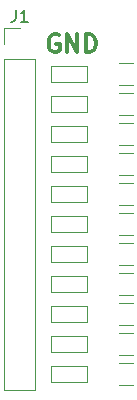
<source format=gbr>
G04 #@! TF.GenerationSoftware,KiCad,Pcbnew,(5.0.0)*
G04 #@! TF.CreationDate,2018-10-07T14:33:42+02:00*
G04 #@! TF.ProjectId,LED-panel,4C45442D70616E656C2E6B696361645F,rev?*
G04 #@! TF.SameCoordinates,Original*
G04 #@! TF.FileFunction,Legend,Top*
G04 #@! TF.FilePolarity,Positive*
%FSLAX46Y46*%
G04 Gerber Fmt 4.6, Leading zero omitted, Abs format (unit mm)*
G04 Created by KiCad (PCBNEW (5.0.0)) date 10/07/18 14:33:42*
%MOMM*%
%LPD*%
G01*
G04 APERTURE LIST*
%ADD10C,0.300000*%
%ADD11C,0.050000*%
%ADD12C,0.120000*%
%ADD13C,0.150000*%
G04 APERTURE END LIST*
D10*
X28702142Y-34810000D02*
X28559285Y-34738571D01*
X28345000Y-34738571D01*
X28130714Y-34810000D01*
X27987857Y-34952857D01*
X27916428Y-35095714D01*
X27845000Y-35381428D01*
X27845000Y-35595714D01*
X27916428Y-35881428D01*
X27987857Y-36024285D01*
X28130714Y-36167142D01*
X28345000Y-36238571D01*
X28487857Y-36238571D01*
X28702142Y-36167142D01*
X28773571Y-36095714D01*
X28773571Y-35595714D01*
X28487857Y-35595714D01*
X29416428Y-36238571D02*
X29416428Y-34738571D01*
X30273571Y-36238571D01*
X30273571Y-34738571D01*
X30987857Y-36238571D02*
X30987857Y-34738571D01*
X31345000Y-34738571D01*
X31559285Y-34810000D01*
X31702142Y-34952857D01*
X31773571Y-35095714D01*
X31845000Y-35381428D01*
X31845000Y-35595714D01*
X31773571Y-35881428D01*
X31702142Y-36024285D01*
X31559285Y-36167142D01*
X31345000Y-36238571D01*
X30987857Y-36238571D01*
D11*
G04 #@! TO.C,D1*
X28075000Y-37400000D02*
X31115000Y-37400000D01*
X31115000Y-37400000D02*
X31115000Y-38800000D01*
X31115000Y-38800000D02*
X28075000Y-38800000D01*
X28075000Y-38800000D02*
X28075000Y-37400000D01*
G04 #@! TO.C,D2*
X28075000Y-41340000D02*
X28075000Y-39940000D01*
X31115000Y-41340000D02*
X28075000Y-41340000D01*
X31115000Y-39940000D02*
X31115000Y-41340000D01*
X28075000Y-39940000D02*
X31115000Y-39940000D01*
G04 #@! TO.C,D3*
X28075000Y-42480000D02*
X31115000Y-42480000D01*
X31115000Y-42480000D02*
X31115000Y-43880000D01*
X31115000Y-43880000D02*
X28075000Y-43880000D01*
X28075000Y-43880000D02*
X28075000Y-42480000D01*
G04 #@! TO.C,D4*
X28075000Y-46420000D02*
X28075000Y-45020000D01*
X31115000Y-46420000D02*
X28075000Y-46420000D01*
X31115000Y-45020000D02*
X31115000Y-46420000D01*
X28075000Y-45020000D02*
X31115000Y-45020000D01*
G04 #@! TO.C,D5*
X28075000Y-47560000D02*
X31115000Y-47560000D01*
X31115000Y-47560000D02*
X31115000Y-48960000D01*
X31115000Y-48960000D02*
X28075000Y-48960000D01*
X28075000Y-48960000D02*
X28075000Y-47560000D01*
G04 #@! TO.C,D6*
X28075000Y-51500000D02*
X28075000Y-50100000D01*
X31115000Y-51500000D02*
X28075000Y-51500000D01*
X31115000Y-50100000D02*
X31115000Y-51500000D01*
X28075000Y-50100000D02*
X31115000Y-50100000D01*
G04 #@! TO.C,D7*
X28075000Y-52640000D02*
X31115000Y-52640000D01*
X31115000Y-52640000D02*
X31115000Y-54040000D01*
X31115000Y-54040000D02*
X28075000Y-54040000D01*
X28075000Y-54040000D02*
X28075000Y-52640000D01*
G04 #@! TO.C,D8*
X28075000Y-56580000D02*
X28075000Y-55180000D01*
X31115000Y-56580000D02*
X28075000Y-56580000D01*
X31115000Y-55180000D02*
X31115000Y-56580000D01*
X28075000Y-55180000D02*
X31115000Y-55180000D01*
G04 #@! TO.C,D9*
X28075000Y-57720000D02*
X31115000Y-57720000D01*
X31115000Y-57720000D02*
X31115000Y-59120000D01*
X31115000Y-59120000D02*
X28075000Y-59120000D01*
X28075000Y-59120000D02*
X28075000Y-57720000D01*
G04 #@! TO.C,D10*
X28075000Y-61660000D02*
X28075000Y-60260000D01*
X31115000Y-61660000D02*
X28075000Y-61660000D01*
X31115000Y-60260000D02*
X31115000Y-61660000D01*
X28075000Y-60260000D02*
X31115000Y-60260000D01*
G04 #@! TO.C,D11*
X28075000Y-62800000D02*
X31115000Y-62800000D01*
X31115000Y-62800000D02*
X31115000Y-64200000D01*
X31115000Y-64200000D02*
X28075000Y-64200000D01*
X28075000Y-64200000D02*
X28075000Y-62800000D01*
D12*
G04 #@! TO.C,J1*
X24070000Y-64830000D02*
X26730000Y-64830000D01*
X24070000Y-36830000D02*
X24070000Y-64830000D01*
X26730000Y-36830000D02*
X26730000Y-64830000D01*
X24070000Y-36830000D02*
X26730000Y-36830000D01*
X24070000Y-35560000D02*
X24070000Y-34230000D01*
X24070000Y-34230000D02*
X25400000Y-34230000D01*
G04 #@! TO.C,R1*
X33817936Y-39010000D02*
X35022064Y-39010000D01*
X33817936Y-37190000D02*
X35022064Y-37190000D01*
G04 #@! TO.C,R2*
X33817936Y-39730000D02*
X35022064Y-39730000D01*
X33817936Y-41550000D02*
X35022064Y-41550000D01*
G04 #@! TO.C,R3*
X33817936Y-44090000D02*
X35022064Y-44090000D01*
X33817936Y-42270000D02*
X35022064Y-42270000D01*
G04 #@! TO.C,R4*
X33817936Y-44810000D02*
X35022064Y-44810000D01*
X33817936Y-46630000D02*
X35022064Y-46630000D01*
G04 #@! TO.C,R5*
X33817936Y-49170000D02*
X35022064Y-49170000D01*
X33817936Y-47350000D02*
X35022064Y-47350000D01*
G04 #@! TO.C,R6*
X33817936Y-49890000D02*
X35022064Y-49890000D01*
X33817936Y-51710000D02*
X35022064Y-51710000D01*
G04 #@! TO.C,R7*
X33817936Y-54250000D02*
X35022064Y-54250000D01*
X33817936Y-52430000D02*
X35022064Y-52430000D01*
G04 #@! TO.C,R8*
X33817936Y-54970000D02*
X35022064Y-54970000D01*
X33817936Y-56790000D02*
X35022064Y-56790000D01*
G04 #@! TO.C,R9*
X33817936Y-59330000D02*
X35022064Y-59330000D01*
X33817936Y-57510000D02*
X35022064Y-57510000D01*
G04 #@! TO.C,R10*
X33817936Y-60050000D02*
X35022064Y-60050000D01*
X33817936Y-61870000D02*
X35022064Y-61870000D01*
G04 #@! TO.C,R11*
X33817936Y-62590000D02*
X35022064Y-62590000D01*
X33817936Y-64410000D02*
X35022064Y-64410000D01*
G04 #@! TO.C,J1*
D13*
X25066666Y-32682380D02*
X25066666Y-33396666D01*
X25019047Y-33539523D01*
X24923809Y-33634761D01*
X24780952Y-33682380D01*
X24685714Y-33682380D01*
X26066666Y-33682380D02*
X25495238Y-33682380D01*
X25780952Y-33682380D02*
X25780952Y-32682380D01*
X25685714Y-32825238D01*
X25590476Y-32920476D01*
X25495238Y-32968095D01*
G04 #@! TD*
M02*

</source>
